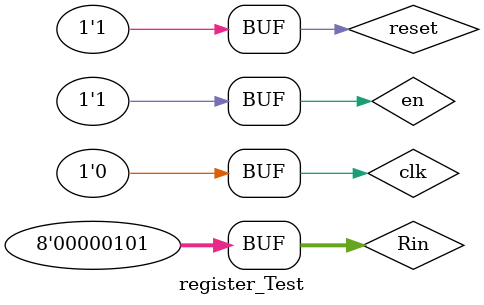
<source format=v>
`timescale 1ns / 1ps


module register_Test();
    reg clk;
    reg en,reset;
    reg [7:0] Rin;
    wire [7:0] Rout;   
    register uut(en,reset,clk,Rin,Rout);
    initial begin
    reset=1; clk=0; #50;
    reset=0; clk=1; #50;
    clk=0;#50;
    clk=1; en=1; reset =1;Rin=8'd0; #50;
    clk=0; #50;
    clk=1;  Rin=8'd1; #50;
    clk=0; #50;
    clk=1;  Rin=8'd2; #50;
    clk=0; #50;
    clk=1; Rin=8'd3; #50;
    clk=0; #50;
    reset=0; clk=1; #50;
    clk=0; #50;
    clk=1; reset=1; Rin=8'd4; #50;
    clk=0; #50;
    clk=1; Rin=8'd5; #50;
    clk=0; #50;
    end
endmodule

</source>
